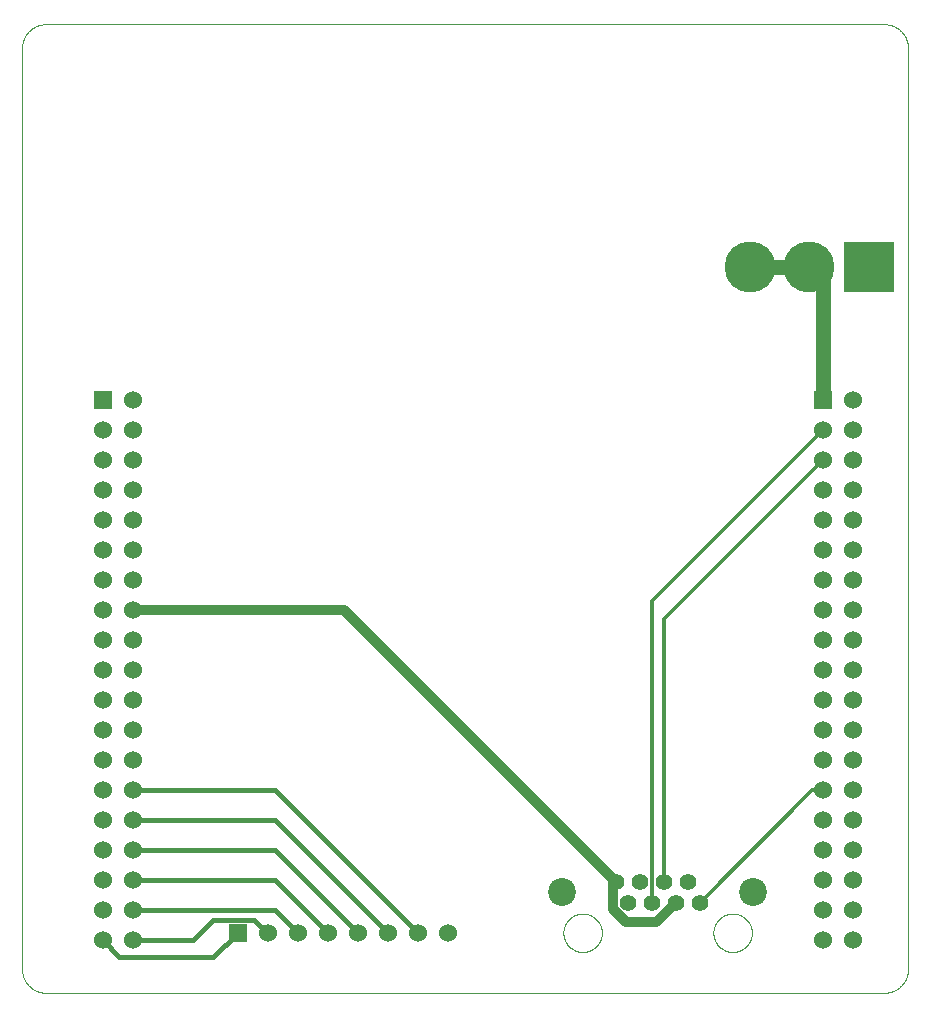
<source format=gtl>
G04 EAGLE Gerber RS-274X export*
G75*
%MOMM*%
%FSLAX34Y34*%
%LPD*%
%INTop Layer*%
%IPPOS*%
%AMOC8*
5,1,8,0,0,1.08239X$1,22.5*%
G01*
%ADD10C,0.000000*%
%ADD11C,1.530000*%
%ADD12R,1.530000X1.530000*%
%ADD13C,1.422400*%
%ADD14C,2.362200*%
%ADD15R,4.316000X4.316000*%
%ADD16C,4.316000*%
%ADD17C,0.812800*%
%ADD18C,0.304800*%
%ADD19C,1.270000*%
%ADD20C,0.406400*%


D10*
X-30000Y800000D02*
X-30000Y20000D01*
X-29994Y19517D01*
X-29977Y19034D01*
X-29947Y18551D01*
X-29907Y18070D01*
X-29854Y17589D01*
X-29790Y17110D01*
X-29715Y16633D01*
X-29627Y16157D01*
X-29529Y15684D01*
X-29419Y15214D01*
X-29298Y14746D01*
X-29165Y14281D01*
X-29021Y13820D01*
X-28866Y13362D01*
X-28700Y12908D01*
X-28523Y12458D01*
X-28336Y12013D01*
X-28137Y11572D01*
X-27929Y11136D01*
X-27709Y10706D01*
X-27479Y10280D01*
X-27239Y9861D01*
X-26989Y9447D01*
X-26729Y9040D01*
X-26460Y8639D01*
X-26180Y8244D01*
X-25892Y7857D01*
X-25593Y7476D01*
X-25286Y7103D01*
X-24970Y6738D01*
X-24645Y6380D01*
X-24312Y6030D01*
X-23970Y5688D01*
X-23620Y5355D01*
X-23262Y5030D01*
X-22897Y4714D01*
X-22524Y4407D01*
X-22143Y4108D01*
X-21756Y3820D01*
X-21361Y3540D01*
X-20960Y3271D01*
X-20553Y3011D01*
X-20139Y2761D01*
X-19720Y2521D01*
X-19294Y2291D01*
X-18864Y2071D01*
X-18428Y1863D01*
X-17987Y1664D01*
X-17542Y1477D01*
X-17092Y1300D01*
X-16638Y1134D01*
X-16180Y979D01*
X-15719Y835D01*
X-15254Y702D01*
X-14786Y581D01*
X-14316Y471D01*
X-13843Y373D01*
X-13367Y285D01*
X-12890Y210D01*
X-12411Y146D01*
X-11930Y93D01*
X-11449Y53D01*
X-10966Y23D01*
X-10483Y6D01*
X-10000Y0D01*
X700000Y0D01*
X700483Y6D01*
X700966Y23D01*
X701449Y53D01*
X701930Y93D01*
X702411Y146D01*
X702890Y210D01*
X703367Y285D01*
X703843Y373D01*
X704316Y471D01*
X704786Y581D01*
X705254Y702D01*
X705719Y835D01*
X706180Y979D01*
X706638Y1134D01*
X707092Y1300D01*
X707542Y1477D01*
X707987Y1664D01*
X708428Y1863D01*
X708864Y2071D01*
X709294Y2291D01*
X709720Y2521D01*
X710139Y2761D01*
X710553Y3011D01*
X710960Y3271D01*
X711361Y3540D01*
X711756Y3820D01*
X712143Y4108D01*
X712524Y4407D01*
X712897Y4714D01*
X713262Y5030D01*
X713620Y5355D01*
X713970Y5688D01*
X714312Y6030D01*
X714645Y6380D01*
X714970Y6738D01*
X715286Y7103D01*
X715593Y7476D01*
X715892Y7857D01*
X716180Y8244D01*
X716460Y8639D01*
X716729Y9040D01*
X716989Y9447D01*
X717239Y9861D01*
X717479Y10280D01*
X717709Y10706D01*
X717929Y11136D01*
X718137Y11572D01*
X718336Y12013D01*
X718523Y12458D01*
X718700Y12908D01*
X718866Y13362D01*
X719021Y13820D01*
X719165Y14281D01*
X719298Y14746D01*
X719419Y15214D01*
X719529Y15684D01*
X719627Y16157D01*
X719715Y16633D01*
X719790Y17110D01*
X719854Y17589D01*
X719907Y18070D01*
X719947Y18551D01*
X719977Y19034D01*
X719994Y19517D01*
X720000Y20000D01*
X720000Y800000D01*
X719994Y800483D01*
X719977Y800966D01*
X719947Y801449D01*
X719907Y801930D01*
X719854Y802411D01*
X719790Y802890D01*
X719715Y803367D01*
X719627Y803843D01*
X719529Y804316D01*
X719419Y804786D01*
X719298Y805254D01*
X719165Y805719D01*
X719021Y806180D01*
X718866Y806638D01*
X718700Y807092D01*
X718523Y807542D01*
X718336Y807987D01*
X718137Y808428D01*
X717929Y808864D01*
X717709Y809294D01*
X717479Y809720D01*
X717239Y810139D01*
X716989Y810553D01*
X716729Y810960D01*
X716460Y811361D01*
X716180Y811756D01*
X715892Y812143D01*
X715593Y812524D01*
X715286Y812897D01*
X714970Y813262D01*
X714645Y813620D01*
X714312Y813970D01*
X713970Y814312D01*
X713620Y814645D01*
X713262Y814970D01*
X712897Y815286D01*
X712524Y815593D01*
X712143Y815892D01*
X711756Y816180D01*
X711361Y816460D01*
X710960Y816729D01*
X710553Y816989D01*
X710139Y817239D01*
X709720Y817479D01*
X709294Y817709D01*
X708864Y817929D01*
X708428Y818137D01*
X707987Y818336D01*
X707542Y818523D01*
X707092Y818700D01*
X706638Y818866D01*
X706180Y819021D01*
X705719Y819165D01*
X705254Y819298D01*
X704786Y819419D01*
X704316Y819529D01*
X703843Y819627D01*
X703367Y819715D01*
X702890Y819790D01*
X702411Y819854D01*
X701930Y819907D01*
X701449Y819947D01*
X700966Y819977D01*
X700483Y819994D01*
X700000Y820000D01*
X-10000Y820000D01*
X-10483Y819994D01*
X-10966Y819977D01*
X-11449Y819947D01*
X-11930Y819907D01*
X-12411Y819854D01*
X-12890Y819790D01*
X-13367Y819715D01*
X-13843Y819627D01*
X-14316Y819529D01*
X-14786Y819419D01*
X-15254Y819298D01*
X-15719Y819165D01*
X-16180Y819021D01*
X-16638Y818866D01*
X-17092Y818700D01*
X-17542Y818523D01*
X-17987Y818336D01*
X-18428Y818137D01*
X-18864Y817929D01*
X-19294Y817709D01*
X-19720Y817479D01*
X-20139Y817239D01*
X-20553Y816989D01*
X-20960Y816729D01*
X-21361Y816460D01*
X-21756Y816180D01*
X-22143Y815892D01*
X-22524Y815593D01*
X-22897Y815286D01*
X-23262Y814970D01*
X-23620Y814645D01*
X-23970Y814312D01*
X-24312Y813970D01*
X-24645Y813620D01*
X-24970Y813262D01*
X-25286Y812897D01*
X-25593Y812524D01*
X-25892Y812143D01*
X-26180Y811756D01*
X-26460Y811361D01*
X-26729Y810960D01*
X-26989Y810553D01*
X-27239Y810139D01*
X-27479Y809720D01*
X-27709Y809294D01*
X-27929Y808864D01*
X-28137Y808428D01*
X-28336Y807987D01*
X-28523Y807542D01*
X-28700Y807092D01*
X-28866Y806638D01*
X-29021Y806180D01*
X-29165Y805719D01*
X-29298Y805254D01*
X-29419Y804786D01*
X-29529Y804316D01*
X-29627Y803843D01*
X-29715Y803367D01*
X-29790Y802890D01*
X-29854Y802411D01*
X-29907Y801930D01*
X-29947Y801449D01*
X-29977Y800966D01*
X-29994Y800483D01*
X-30000Y800000D01*
D11*
X203200Y50800D03*
X228600Y50800D03*
X254000Y50800D03*
X279400Y50800D03*
X177800Y50800D03*
D12*
X152400Y50800D03*
D11*
X304800Y50800D03*
X330200Y50800D03*
D12*
X38100Y501500D03*
D11*
X38100Y44300D03*
X63500Y501500D03*
X38100Y476100D03*
X63500Y476100D03*
X38100Y450700D03*
X63500Y450700D03*
X38100Y425300D03*
X63500Y425300D03*
X38100Y399900D03*
X63500Y399900D03*
X38100Y374500D03*
X63500Y374500D03*
X38100Y349100D03*
X63500Y349100D03*
X38100Y323700D03*
X63500Y323700D03*
X38100Y298300D03*
X63500Y298300D03*
X38100Y272900D03*
X63500Y272900D03*
X38100Y247500D03*
X63500Y247500D03*
X38100Y222100D03*
X63500Y222100D03*
X38100Y196700D03*
X63500Y196700D03*
X38100Y171300D03*
X63500Y171300D03*
X38100Y145900D03*
X63500Y145900D03*
X38100Y120500D03*
X63500Y120500D03*
X38100Y95100D03*
X63500Y95100D03*
X38100Y69700D03*
X63500Y69700D03*
X63500Y44300D03*
D12*
X647700Y501500D03*
D11*
X647700Y44300D03*
X673100Y501500D03*
X647700Y476100D03*
X673100Y476100D03*
X647700Y450700D03*
X673100Y450700D03*
X647700Y425300D03*
X673100Y425300D03*
X647700Y399900D03*
X673100Y399900D03*
X647700Y374500D03*
X673100Y374500D03*
X647700Y349100D03*
X673100Y349100D03*
X647700Y323700D03*
X673100Y323700D03*
X647700Y298300D03*
X673100Y298300D03*
X647700Y272900D03*
X673100Y272900D03*
X647700Y247500D03*
X673100Y247500D03*
X647700Y222100D03*
X673100Y222100D03*
X647700Y196700D03*
X673100Y196700D03*
X647700Y171300D03*
X673100Y171300D03*
X647700Y145900D03*
X673100Y145900D03*
X647700Y120500D03*
X673100Y120500D03*
X647700Y95100D03*
X673100Y95100D03*
X647700Y69700D03*
X673100Y69700D03*
X673100Y44300D03*
D10*
X555244Y50800D02*
X555249Y51199D01*
X555264Y51598D01*
X555288Y51996D01*
X555322Y52393D01*
X555366Y52790D01*
X555420Y53185D01*
X555483Y53579D01*
X555556Y53971D01*
X555639Y54362D01*
X555731Y54750D01*
X555833Y55136D01*
X555944Y55519D01*
X556064Y55899D01*
X556194Y56276D01*
X556333Y56650D01*
X556481Y57021D01*
X556639Y57388D01*
X556805Y57750D01*
X556980Y58109D01*
X557163Y58463D01*
X557356Y58813D01*
X557557Y59157D01*
X557766Y59497D01*
X557984Y59831D01*
X558209Y60160D01*
X558443Y60484D01*
X558685Y60801D01*
X558934Y61113D01*
X559191Y61418D01*
X559455Y61717D01*
X559727Y62009D01*
X560005Y62295D01*
X560291Y62573D01*
X560583Y62845D01*
X560882Y63109D01*
X561187Y63366D01*
X561499Y63615D01*
X561816Y63857D01*
X562140Y64091D01*
X562469Y64316D01*
X562803Y64534D01*
X563143Y64743D01*
X563487Y64944D01*
X563837Y65137D01*
X564191Y65320D01*
X564550Y65495D01*
X564912Y65661D01*
X565279Y65819D01*
X565650Y65967D01*
X566024Y66106D01*
X566401Y66236D01*
X566781Y66356D01*
X567164Y66467D01*
X567550Y66569D01*
X567938Y66661D01*
X568329Y66744D01*
X568721Y66817D01*
X569115Y66880D01*
X569510Y66934D01*
X569907Y66978D01*
X570304Y67012D01*
X570702Y67036D01*
X571101Y67051D01*
X571500Y67056D01*
X571899Y67051D01*
X572298Y67036D01*
X572696Y67012D01*
X573093Y66978D01*
X573490Y66934D01*
X573885Y66880D01*
X574279Y66817D01*
X574671Y66744D01*
X575062Y66661D01*
X575450Y66569D01*
X575836Y66467D01*
X576219Y66356D01*
X576599Y66236D01*
X576976Y66106D01*
X577350Y65967D01*
X577721Y65819D01*
X578088Y65661D01*
X578450Y65495D01*
X578809Y65320D01*
X579163Y65137D01*
X579513Y64944D01*
X579857Y64743D01*
X580197Y64534D01*
X580531Y64316D01*
X580860Y64091D01*
X581184Y63857D01*
X581501Y63615D01*
X581813Y63366D01*
X582118Y63109D01*
X582417Y62845D01*
X582709Y62573D01*
X582995Y62295D01*
X583273Y62009D01*
X583545Y61717D01*
X583809Y61418D01*
X584066Y61113D01*
X584315Y60801D01*
X584557Y60484D01*
X584791Y60160D01*
X585016Y59831D01*
X585234Y59497D01*
X585443Y59157D01*
X585644Y58813D01*
X585837Y58463D01*
X586020Y58109D01*
X586195Y57750D01*
X586361Y57388D01*
X586519Y57021D01*
X586667Y56650D01*
X586806Y56276D01*
X586936Y55899D01*
X587056Y55519D01*
X587167Y55136D01*
X587269Y54750D01*
X587361Y54362D01*
X587444Y53971D01*
X587517Y53579D01*
X587580Y53185D01*
X587634Y52790D01*
X587678Y52393D01*
X587712Y51996D01*
X587736Y51598D01*
X587751Y51199D01*
X587756Y50800D01*
X587751Y50401D01*
X587736Y50002D01*
X587712Y49604D01*
X587678Y49207D01*
X587634Y48810D01*
X587580Y48415D01*
X587517Y48021D01*
X587444Y47629D01*
X587361Y47238D01*
X587269Y46850D01*
X587167Y46464D01*
X587056Y46081D01*
X586936Y45701D01*
X586806Y45324D01*
X586667Y44950D01*
X586519Y44579D01*
X586361Y44212D01*
X586195Y43850D01*
X586020Y43491D01*
X585837Y43137D01*
X585644Y42787D01*
X585443Y42443D01*
X585234Y42103D01*
X585016Y41769D01*
X584791Y41440D01*
X584557Y41116D01*
X584315Y40799D01*
X584066Y40487D01*
X583809Y40182D01*
X583545Y39883D01*
X583273Y39591D01*
X582995Y39305D01*
X582709Y39027D01*
X582417Y38755D01*
X582118Y38491D01*
X581813Y38234D01*
X581501Y37985D01*
X581184Y37743D01*
X580860Y37509D01*
X580531Y37284D01*
X580197Y37066D01*
X579857Y36857D01*
X579513Y36656D01*
X579163Y36463D01*
X578809Y36280D01*
X578450Y36105D01*
X578088Y35939D01*
X577721Y35781D01*
X577350Y35633D01*
X576976Y35494D01*
X576599Y35364D01*
X576219Y35244D01*
X575836Y35133D01*
X575450Y35031D01*
X575062Y34939D01*
X574671Y34856D01*
X574279Y34783D01*
X573885Y34720D01*
X573490Y34666D01*
X573093Y34622D01*
X572696Y34588D01*
X572298Y34564D01*
X571899Y34549D01*
X571500Y34544D01*
X571101Y34549D01*
X570702Y34564D01*
X570304Y34588D01*
X569907Y34622D01*
X569510Y34666D01*
X569115Y34720D01*
X568721Y34783D01*
X568329Y34856D01*
X567938Y34939D01*
X567550Y35031D01*
X567164Y35133D01*
X566781Y35244D01*
X566401Y35364D01*
X566024Y35494D01*
X565650Y35633D01*
X565279Y35781D01*
X564912Y35939D01*
X564550Y36105D01*
X564191Y36280D01*
X563837Y36463D01*
X563487Y36656D01*
X563143Y36857D01*
X562803Y37066D01*
X562469Y37284D01*
X562140Y37509D01*
X561816Y37743D01*
X561499Y37985D01*
X561187Y38234D01*
X560882Y38491D01*
X560583Y38755D01*
X560291Y39027D01*
X560005Y39305D01*
X559727Y39591D01*
X559455Y39883D01*
X559191Y40182D01*
X558934Y40487D01*
X558685Y40799D01*
X558443Y41116D01*
X558209Y41440D01*
X557984Y41769D01*
X557766Y42103D01*
X557557Y42443D01*
X557356Y42787D01*
X557163Y43137D01*
X556980Y43491D01*
X556805Y43850D01*
X556639Y44212D01*
X556481Y44579D01*
X556333Y44950D01*
X556194Y45324D01*
X556064Y45701D01*
X555944Y46081D01*
X555833Y46464D01*
X555731Y46850D01*
X555639Y47238D01*
X555556Y47629D01*
X555483Y48021D01*
X555420Y48415D01*
X555366Y48810D01*
X555322Y49207D01*
X555288Y49604D01*
X555264Y50002D01*
X555249Y50401D01*
X555244Y50800D01*
X428244Y50800D02*
X428249Y51199D01*
X428264Y51598D01*
X428288Y51996D01*
X428322Y52393D01*
X428366Y52790D01*
X428420Y53185D01*
X428483Y53579D01*
X428556Y53971D01*
X428639Y54362D01*
X428731Y54750D01*
X428833Y55136D01*
X428944Y55519D01*
X429064Y55899D01*
X429194Y56276D01*
X429333Y56650D01*
X429481Y57021D01*
X429639Y57388D01*
X429805Y57750D01*
X429980Y58109D01*
X430163Y58463D01*
X430356Y58813D01*
X430557Y59157D01*
X430766Y59497D01*
X430984Y59831D01*
X431209Y60160D01*
X431443Y60484D01*
X431685Y60801D01*
X431934Y61113D01*
X432191Y61418D01*
X432455Y61717D01*
X432727Y62009D01*
X433005Y62295D01*
X433291Y62573D01*
X433583Y62845D01*
X433882Y63109D01*
X434187Y63366D01*
X434499Y63615D01*
X434816Y63857D01*
X435140Y64091D01*
X435469Y64316D01*
X435803Y64534D01*
X436143Y64743D01*
X436487Y64944D01*
X436837Y65137D01*
X437191Y65320D01*
X437550Y65495D01*
X437912Y65661D01*
X438279Y65819D01*
X438650Y65967D01*
X439024Y66106D01*
X439401Y66236D01*
X439781Y66356D01*
X440164Y66467D01*
X440550Y66569D01*
X440938Y66661D01*
X441329Y66744D01*
X441721Y66817D01*
X442115Y66880D01*
X442510Y66934D01*
X442907Y66978D01*
X443304Y67012D01*
X443702Y67036D01*
X444101Y67051D01*
X444500Y67056D01*
X444899Y67051D01*
X445298Y67036D01*
X445696Y67012D01*
X446093Y66978D01*
X446490Y66934D01*
X446885Y66880D01*
X447279Y66817D01*
X447671Y66744D01*
X448062Y66661D01*
X448450Y66569D01*
X448836Y66467D01*
X449219Y66356D01*
X449599Y66236D01*
X449976Y66106D01*
X450350Y65967D01*
X450721Y65819D01*
X451088Y65661D01*
X451450Y65495D01*
X451809Y65320D01*
X452163Y65137D01*
X452513Y64944D01*
X452857Y64743D01*
X453197Y64534D01*
X453531Y64316D01*
X453860Y64091D01*
X454184Y63857D01*
X454501Y63615D01*
X454813Y63366D01*
X455118Y63109D01*
X455417Y62845D01*
X455709Y62573D01*
X455995Y62295D01*
X456273Y62009D01*
X456545Y61717D01*
X456809Y61418D01*
X457066Y61113D01*
X457315Y60801D01*
X457557Y60484D01*
X457791Y60160D01*
X458016Y59831D01*
X458234Y59497D01*
X458443Y59157D01*
X458644Y58813D01*
X458837Y58463D01*
X459020Y58109D01*
X459195Y57750D01*
X459361Y57388D01*
X459519Y57021D01*
X459667Y56650D01*
X459806Y56276D01*
X459936Y55899D01*
X460056Y55519D01*
X460167Y55136D01*
X460269Y54750D01*
X460361Y54362D01*
X460444Y53971D01*
X460517Y53579D01*
X460580Y53185D01*
X460634Y52790D01*
X460678Y52393D01*
X460712Y51996D01*
X460736Y51598D01*
X460751Y51199D01*
X460756Y50800D01*
X460751Y50401D01*
X460736Y50002D01*
X460712Y49604D01*
X460678Y49207D01*
X460634Y48810D01*
X460580Y48415D01*
X460517Y48021D01*
X460444Y47629D01*
X460361Y47238D01*
X460269Y46850D01*
X460167Y46464D01*
X460056Y46081D01*
X459936Y45701D01*
X459806Y45324D01*
X459667Y44950D01*
X459519Y44579D01*
X459361Y44212D01*
X459195Y43850D01*
X459020Y43491D01*
X458837Y43137D01*
X458644Y42787D01*
X458443Y42443D01*
X458234Y42103D01*
X458016Y41769D01*
X457791Y41440D01*
X457557Y41116D01*
X457315Y40799D01*
X457066Y40487D01*
X456809Y40182D01*
X456545Y39883D01*
X456273Y39591D01*
X455995Y39305D01*
X455709Y39027D01*
X455417Y38755D01*
X455118Y38491D01*
X454813Y38234D01*
X454501Y37985D01*
X454184Y37743D01*
X453860Y37509D01*
X453531Y37284D01*
X453197Y37066D01*
X452857Y36857D01*
X452513Y36656D01*
X452163Y36463D01*
X451809Y36280D01*
X451450Y36105D01*
X451088Y35939D01*
X450721Y35781D01*
X450350Y35633D01*
X449976Y35494D01*
X449599Y35364D01*
X449219Y35244D01*
X448836Y35133D01*
X448450Y35031D01*
X448062Y34939D01*
X447671Y34856D01*
X447279Y34783D01*
X446885Y34720D01*
X446490Y34666D01*
X446093Y34622D01*
X445696Y34588D01*
X445298Y34564D01*
X444899Y34549D01*
X444500Y34544D01*
X444101Y34549D01*
X443702Y34564D01*
X443304Y34588D01*
X442907Y34622D01*
X442510Y34666D01*
X442115Y34720D01*
X441721Y34783D01*
X441329Y34856D01*
X440938Y34939D01*
X440550Y35031D01*
X440164Y35133D01*
X439781Y35244D01*
X439401Y35364D01*
X439024Y35494D01*
X438650Y35633D01*
X438279Y35781D01*
X437912Y35939D01*
X437550Y36105D01*
X437191Y36280D01*
X436837Y36463D01*
X436487Y36656D01*
X436143Y36857D01*
X435803Y37066D01*
X435469Y37284D01*
X435140Y37509D01*
X434816Y37743D01*
X434499Y37985D01*
X434187Y38234D01*
X433882Y38491D01*
X433583Y38755D01*
X433291Y39027D01*
X433005Y39305D01*
X432727Y39591D01*
X432455Y39883D01*
X432191Y40182D01*
X431934Y40487D01*
X431685Y40799D01*
X431443Y41116D01*
X431209Y41440D01*
X430984Y41769D01*
X430766Y42103D01*
X430557Y42443D01*
X430356Y42787D01*
X430163Y43137D01*
X429980Y43491D01*
X429805Y43850D01*
X429639Y44212D01*
X429481Y44579D01*
X429333Y44950D01*
X429194Y45324D01*
X429064Y45701D01*
X428944Y46081D01*
X428833Y46464D01*
X428731Y46850D01*
X428639Y47238D01*
X428556Y47629D01*
X428483Y48021D01*
X428420Y48415D01*
X428366Y48810D01*
X428322Y49207D01*
X428288Y49604D01*
X428264Y50002D01*
X428249Y50401D01*
X428244Y50800D01*
D13*
X543560Y76200D03*
X533400Y93980D03*
X523240Y76200D03*
X513080Y93980D03*
X502920Y76200D03*
X492760Y93980D03*
X482600Y76200D03*
X472440Y93980D03*
D14*
X426974Y85090D03*
X589026Y85090D03*
D15*
X686600Y614900D03*
D16*
X636600Y614900D03*
X586600Y614900D03*
D17*
X472440Y93980D02*
X469900Y91440D01*
X469900Y70939D02*
X480839Y60000D01*
X507040Y60000D02*
X523240Y76200D01*
X469900Y70939D02*
X469900Y91440D01*
X480839Y60000D02*
X507040Y60000D01*
X472440Y93980D02*
X242720Y323700D01*
X63500Y323700D01*
D18*
X502920Y331320D02*
X502920Y76200D01*
X502920Y331320D02*
X647700Y476100D01*
X513080Y316080D02*
X513080Y93980D01*
X513080Y316080D02*
X647700Y450700D01*
X638660Y171300D02*
X543560Y76200D01*
X638660Y171300D02*
X647700Y171300D01*
D19*
X647700Y501500D02*
X647700Y603800D01*
X636600Y614900D01*
X586600Y614900D01*
D20*
X38100Y44300D02*
X52400Y30000D01*
X131600Y30000D02*
X152400Y50800D01*
X131600Y30000D02*
X52400Y30000D01*
X63500Y44300D02*
X114300Y44300D01*
X132006Y62006D02*
X166594Y62006D01*
X177800Y50800D01*
X132006Y62006D02*
X114300Y44300D01*
X63500Y69700D02*
X184300Y69700D01*
X203200Y50800D01*
X184300Y95100D02*
X63500Y95100D01*
X184300Y95100D02*
X228600Y50800D01*
X184300Y120500D02*
X63500Y120500D01*
X184300Y120500D02*
X254000Y50800D01*
X184300Y145900D02*
X63500Y145900D01*
X184300Y145900D02*
X279400Y50800D01*
X184300Y171300D02*
X63500Y171300D01*
X184300Y171300D02*
X304800Y50800D01*
M02*

</source>
